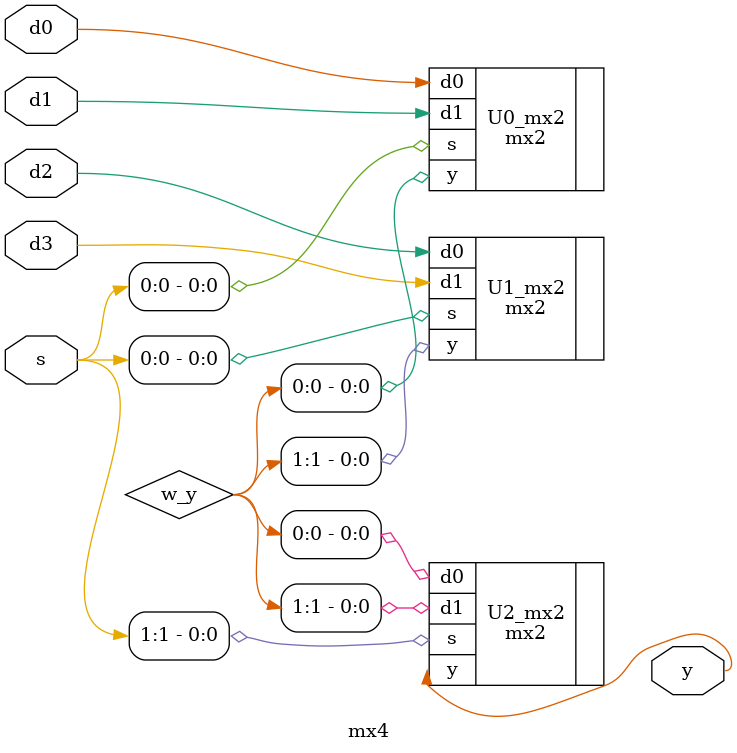
<source format=v>
module mx4(y,d0,d1,d2,d3,s);		//4-to-1 mx
	input			d0, d1, d2, d3;	// 4 inputs
	input [1:0] s;						// 2bits input s
	output		y;						// output y
	wire 	[1:0]	w_y;					// 2bits wire w_y
	
	mx2 U0_mx2(.d0(d0), .d1(d1), .s(s[0]), .y(w_y[0]));		// instance by using 3 mx2
	mx2 U1_mx2(.d0(d2), .d1(d3), .s(s[0]), .y(w_y[1]));
	mx2 U2_mx2(.d0(w_y[0]), .d1(w_y[1]), .s(s[1]), .y(y));
	
endmodule

</source>
